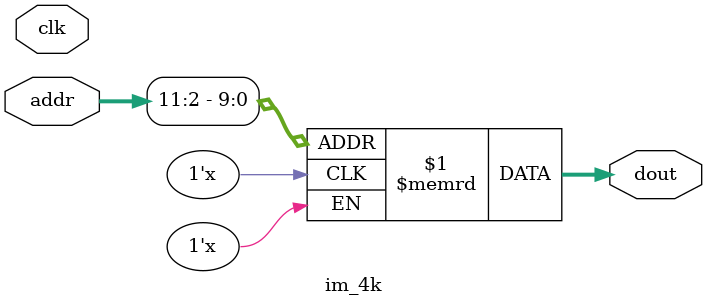
<source format=v>
/* 指令存储器 没有问题 */

/* 在 mips_tb 这个模块中，

首先将文件里写的指令读到im.imem里面
然后在根据pc中的值从im里面读取指令*/

module im_4k( addr, dout, clk );
    
    input [11:0] addr;
    output wire [31:0] dout;
    
    input clk;
    
    reg [31:0] imem[1023:0];
    assign dout = imem[{addr[11:2]}];
    
endmodule    

</source>
